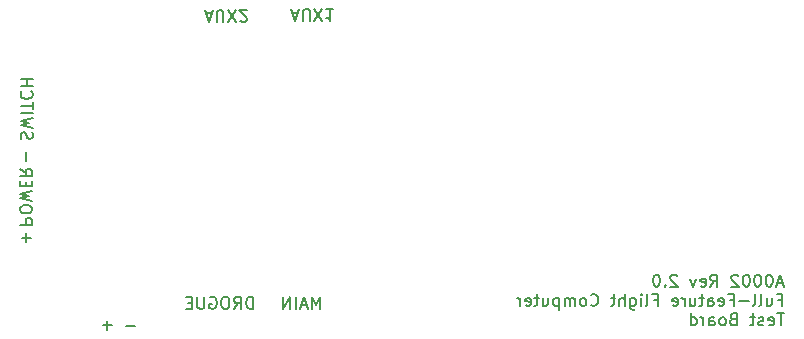
<source format=gbr>
%TF.GenerationSoftware,KiCad,Pcbnew,7.0.1*%
%TF.CreationDate,2023-06-15T13:01:31-07:00*%
%TF.ProjectId,Full-Flight-Computer,46756c6c-2d46-46c6-9967-68742d436f6d,1.0*%
%TF.SameCoordinates,Original*%
%TF.FileFunction,Legend,Bot*%
%TF.FilePolarity,Positive*%
%FSLAX46Y46*%
G04 Gerber Fmt 4.6, Leading zero omitted, Abs format (unit mm)*
G04 Created by KiCad (PCBNEW 7.0.1) date 2023-06-15 13:01:31*
%MOMM*%
%LPD*%
G01*
G04 APERTURE LIST*
%ADD10C,0.150000*%
G04 APERTURE END LIST*
D10*
X118400285Y-74166064D02*
X118884095Y-74166064D01*
X118303523Y-73875779D02*
X118642190Y-74891779D01*
X118642190Y-74891779D02*
X118980857Y-73875779D01*
X119319523Y-74891779D02*
X119319523Y-74069302D01*
X119319523Y-74069302D02*
X119367904Y-73972540D01*
X119367904Y-73972540D02*
X119416285Y-73924160D01*
X119416285Y-73924160D02*
X119513047Y-73875779D01*
X119513047Y-73875779D02*
X119706571Y-73875779D01*
X119706571Y-73875779D02*
X119803333Y-73924160D01*
X119803333Y-73924160D02*
X119851714Y-73972540D01*
X119851714Y-73972540D02*
X119900095Y-74069302D01*
X119900095Y-74069302D02*
X119900095Y-74891779D01*
X120287142Y-74891779D02*
X120964476Y-73875779D01*
X120964476Y-74891779D02*
X120287142Y-73875779D01*
X121883714Y-73875779D02*
X121303142Y-73875779D01*
X121593428Y-73875779D02*
X121593428Y-74891779D01*
X121593428Y-74891779D02*
X121496666Y-74746636D01*
X121496666Y-74746636D02*
X121399904Y-74649874D01*
X121399904Y-74649874D02*
X121303142Y-74601493D01*
X111085085Y-74242264D02*
X111568895Y-74242264D01*
X110988323Y-73951979D02*
X111326990Y-74967979D01*
X111326990Y-74967979D02*
X111665657Y-73951979D01*
X112004323Y-74967979D02*
X112004323Y-74145502D01*
X112004323Y-74145502D02*
X112052704Y-74048740D01*
X112052704Y-74048740D02*
X112101085Y-74000360D01*
X112101085Y-74000360D02*
X112197847Y-73951979D01*
X112197847Y-73951979D02*
X112391371Y-73951979D01*
X112391371Y-73951979D02*
X112488133Y-74000360D01*
X112488133Y-74000360D02*
X112536514Y-74048740D01*
X112536514Y-74048740D02*
X112584895Y-74145502D01*
X112584895Y-74145502D02*
X112584895Y-74967979D01*
X112971942Y-74967979D02*
X113649276Y-73951979D01*
X113649276Y-74967979D02*
X112971942Y-73951979D01*
X113987942Y-74871217D02*
X114036323Y-74919598D01*
X114036323Y-74919598D02*
X114133085Y-74967979D01*
X114133085Y-74967979D02*
X114374990Y-74967979D01*
X114374990Y-74967979D02*
X114471752Y-74919598D01*
X114471752Y-74919598D02*
X114520133Y-74871217D01*
X114520133Y-74871217D02*
X114568514Y-74774455D01*
X114568514Y-74774455D02*
X114568514Y-74677693D01*
X114568514Y-74677693D02*
X114520133Y-74532550D01*
X114520133Y-74532550D02*
X113939561Y-73951979D01*
X113939561Y-73951979D02*
X114568514Y-73951979D01*
X120724990Y-99250620D02*
X120724990Y-98234620D01*
X120724990Y-98234620D02*
X120386323Y-98960335D01*
X120386323Y-98960335D02*
X120047656Y-98234620D01*
X120047656Y-98234620D02*
X120047656Y-99250620D01*
X119612228Y-98960335D02*
X119128418Y-98960335D01*
X119708990Y-99250620D02*
X119370323Y-98234620D01*
X119370323Y-98234620D02*
X119031656Y-99250620D01*
X118692990Y-99250620D02*
X118692990Y-98234620D01*
X118209180Y-99250620D02*
X118209180Y-98234620D01*
X118209180Y-98234620D02*
X117628608Y-99250620D01*
X117628608Y-99250620D02*
X117628608Y-98234620D01*
X115074095Y-99250620D02*
X115074095Y-98234620D01*
X115074095Y-98234620D02*
X114832190Y-98234620D01*
X114832190Y-98234620D02*
X114687047Y-98283001D01*
X114687047Y-98283001D02*
X114590285Y-98379763D01*
X114590285Y-98379763D02*
X114541904Y-98476525D01*
X114541904Y-98476525D02*
X114493523Y-98670049D01*
X114493523Y-98670049D02*
X114493523Y-98815192D01*
X114493523Y-98815192D02*
X114541904Y-99008716D01*
X114541904Y-99008716D02*
X114590285Y-99105478D01*
X114590285Y-99105478D02*
X114687047Y-99202240D01*
X114687047Y-99202240D02*
X114832190Y-99250620D01*
X114832190Y-99250620D02*
X115074095Y-99250620D01*
X113477523Y-99250620D02*
X113816190Y-98766811D01*
X114058095Y-99250620D02*
X114058095Y-98234620D01*
X114058095Y-98234620D02*
X113671047Y-98234620D01*
X113671047Y-98234620D02*
X113574285Y-98283001D01*
X113574285Y-98283001D02*
X113525904Y-98331382D01*
X113525904Y-98331382D02*
X113477523Y-98428144D01*
X113477523Y-98428144D02*
X113477523Y-98573287D01*
X113477523Y-98573287D02*
X113525904Y-98670049D01*
X113525904Y-98670049D02*
X113574285Y-98718430D01*
X113574285Y-98718430D02*
X113671047Y-98766811D01*
X113671047Y-98766811D02*
X114058095Y-98766811D01*
X112848571Y-98234620D02*
X112655047Y-98234620D01*
X112655047Y-98234620D02*
X112558285Y-98283001D01*
X112558285Y-98283001D02*
X112461523Y-98379763D01*
X112461523Y-98379763D02*
X112413142Y-98573287D01*
X112413142Y-98573287D02*
X112413142Y-98911954D01*
X112413142Y-98911954D02*
X112461523Y-99105478D01*
X112461523Y-99105478D02*
X112558285Y-99202240D01*
X112558285Y-99202240D02*
X112655047Y-99250620D01*
X112655047Y-99250620D02*
X112848571Y-99250620D01*
X112848571Y-99250620D02*
X112945333Y-99202240D01*
X112945333Y-99202240D02*
X113042095Y-99105478D01*
X113042095Y-99105478D02*
X113090476Y-98911954D01*
X113090476Y-98911954D02*
X113090476Y-98573287D01*
X113090476Y-98573287D02*
X113042095Y-98379763D01*
X113042095Y-98379763D02*
X112945333Y-98283001D01*
X112945333Y-98283001D02*
X112848571Y-98234620D01*
X111445523Y-98283001D02*
X111542285Y-98234620D01*
X111542285Y-98234620D02*
X111687428Y-98234620D01*
X111687428Y-98234620D02*
X111832571Y-98283001D01*
X111832571Y-98283001D02*
X111929333Y-98379763D01*
X111929333Y-98379763D02*
X111977714Y-98476525D01*
X111977714Y-98476525D02*
X112026095Y-98670049D01*
X112026095Y-98670049D02*
X112026095Y-98815192D01*
X112026095Y-98815192D02*
X111977714Y-99008716D01*
X111977714Y-99008716D02*
X111929333Y-99105478D01*
X111929333Y-99105478D02*
X111832571Y-99202240D01*
X111832571Y-99202240D02*
X111687428Y-99250620D01*
X111687428Y-99250620D02*
X111590666Y-99250620D01*
X111590666Y-99250620D02*
X111445523Y-99202240D01*
X111445523Y-99202240D02*
X111397142Y-99153859D01*
X111397142Y-99153859D02*
X111397142Y-98815192D01*
X111397142Y-98815192D02*
X111590666Y-98815192D01*
X110961714Y-98234620D02*
X110961714Y-99057097D01*
X110961714Y-99057097D02*
X110913333Y-99153859D01*
X110913333Y-99153859D02*
X110864952Y-99202240D01*
X110864952Y-99202240D02*
X110768190Y-99250620D01*
X110768190Y-99250620D02*
X110574666Y-99250620D01*
X110574666Y-99250620D02*
X110477904Y-99202240D01*
X110477904Y-99202240D02*
X110429523Y-99153859D01*
X110429523Y-99153859D02*
X110381142Y-99057097D01*
X110381142Y-99057097D02*
X110381142Y-98234620D01*
X109897333Y-98718430D02*
X109558666Y-98718430D01*
X109413523Y-99250620D02*
X109897333Y-99250620D01*
X109897333Y-99250620D02*
X109897333Y-98234620D01*
X109897333Y-98234620D02*
X109413523Y-98234620D01*
X95463360Y-84861400D02*
X95414979Y-84716257D01*
X95414979Y-84716257D02*
X95414979Y-84474352D01*
X95414979Y-84474352D02*
X95463360Y-84377590D01*
X95463360Y-84377590D02*
X95511740Y-84329209D01*
X95511740Y-84329209D02*
X95608502Y-84280828D01*
X95608502Y-84280828D02*
X95705264Y-84280828D01*
X95705264Y-84280828D02*
X95802026Y-84329209D01*
X95802026Y-84329209D02*
X95850407Y-84377590D01*
X95850407Y-84377590D02*
X95898788Y-84474352D01*
X95898788Y-84474352D02*
X95947169Y-84667876D01*
X95947169Y-84667876D02*
X95995550Y-84764638D01*
X95995550Y-84764638D02*
X96043931Y-84813019D01*
X96043931Y-84813019D02*
X96140693Y-84861400D01*
X96140693Y-84861400D02*
X96237455Y-84861400D01*
X96237455Y-84861400D02*
X96334217Y-84813019D01*
X96334217Y-84813019D02*
X96382598Y-84764638D01*
X96382598Y-84764638D02*
X96430979Y-84667876D01*
X96430979Y-84667876D02*
X96430979Y-84425971D01*
X96430979Y-84425971D02*
X96382598Y-84280828D01*
X96430979Y-83942162D02*
X95414979Y-83700257D01*
X95414979Y-83700257D02*
X96140693Y-83506733D01*
X96140693Y-83506733D02*
X95414979Y-83313209D01*
X95414979Y-83313209D02*
X96430979Y-83071305D01*
X95414979Y-82684257D02*
X96430979Y-82684257D01*
X96430979Y-82345590D02*
X96430979Y-81765018D01*
X95414979Y-82055304D02*
X96430979Y-82055304D01*
X95511740Y-80845780D02*
X95463360Y-80894161D01*
X95463360Y-80894161D02*
X95414979Y-81039304D01*
X95414979Y-81039304D02*
X95414979Y-81136066D01*
X95414979Y-81136066D02*
X95463360Y-81281209D01*
X95463360Y-81281209D02*
X95560121Y-81377971D01*
X95560121Y-81377971D02*
X95656883Y-81426352D01*
X95656883Y-81426352D02*
X95850407Y-81474733D01*
X95850407Y-81474733D02*
X95995550Y-81474733D01*
X95995550Y-81474733D02*
X96189074Y-81426352D01*
X96189074Y-81426352D02*
X96285836Y-81377971D01*
X96285836Y-81377971D02*
X96382598Y-81281209D01*
X96382598Y-81281209D02*
X96430979Y-81136066D01*
X96430979Y-81136066D02*
X96430979Y-81039304D01*
X96430979Y-81039304D02*
X96382598Y-80894161D01*
X96382598Y-80894161D02*
X96334217Y-80845780D01*
X95414979Y-80410352D02*
X96430979Y-80410352D01*
X95947169Y-80410352D02*
X95947169Y-79829780D01*
X95414979Y-79829780D02*
X96430979Y-79829780D01*
X95892786Y-86754045D02*
X95892786Y-85979950D01*
X96297447Y-93224773D02*
X95523352Y-93224773D01*
X95910399Y-93611820D02*
X95910399Y-92837725D01*
X105136647Y-100707613D02*
X104362552Y-100707613D01*
X159953476Y-97075655D02*
X159469666Y-97075655D01*
X160050238Y-97365940D02*
X159711571Y-96349940D01*
X159711571Y-96349940D02*
X159372904Y-97365940D01*
X158840714Y-96349940D02*
X158743952Y-96349940D01*
X158743952Y-96349940D02*
X158647190Y-96398321D01*
X158647190Y-96398321D02*
X158598809Y-96446702D01*
X158598809Y-96446702D02*
X158550428Y-96543464D01*
X158550428Y-96543464D02*
X158502047Y-96736988D01*
X158502047Y-96736988D02*
X158502047Y-96978893D01*
X158502047Y-96978893D02*
X158550428Y-97172417D01*
X158550428Y-97172417D02*
X158598809Y-97269179D01*
X158598809Y-97269179D02*
X158647190Y-97317560D01*
X158647190Y-97317560D02*
X158743952Y-97365940D01*
X158743952Y-97365940D02*
X158840714Y-97365940D01*
X158840714Y-97365940D02*
X158937476Y-97317560D01*
X158937476Y-97317560D02*
X158985857Y-97269179D01*
X158985857Y-97269179D02*
X159034238Y-97172417D01*
X159034238Y-97172417D02*
X159082619Y-96978893D01*
X159082619Y-96978893D02*
X159082619Y-96736988D01*
X159082619Y-96736988D02*
X159034238Y-96543464D01*
X159034238Y-96543464D02*
X158985857Y-96446702D01*
X158985857Y-96446702D02*
X158937476Y-96398321D01*
X158937476Y-96398321D02*
X158840714Y-96349940D01*
X157873095Y-96349940D02*
X157776333Y-96349940D01*
X157776333Y-96349940D02*
X157679571Y-96398321D01*
X157679571Y-96398321D02*
X157631190Y-96446702D01*
X157631190Y-96446702D02*
X157582809Y-96543464D01*
X157582809Y-96543464D02*
X157534428Y-96736988D01*
X157534428Y-96736988D02*
X157534428Y-96978893D01*
X157534428Y-96978893D02*
X157582809Y-97172417D01*
X157582809Y-97172417D02*
X157631190Y-97269179D01*
X157631190Y-97269179D02*
X157679571Y-97317560D01*
X157679571Y-97317560D02*
X157776333Y-97365940D01*
X157776333Y-97365940D02*
X157873095Y-97365940D01*
X157873095Y-97365940D02*
X157969857Y-97317560D01*
X157969857Y-97317560D02*
X158018238Y-97269179D01*
X158018238Y-97269179D02*
X158066619Y-97172417D01*
X158066619Y-97172417D02*
X158115000Y-96978893D01*
X158115000Y-96978893D02*
X158115000Y-96736988D01*
X158115000Y-96736988D02*
X158066619Y-96543464D01*
X158066619Y-96543464D02*
X158018238Y-96446702D01*
X158018238Y-96446702D02*
X157969857Y-96398321D01*
X157969857Y-96398321D02*
X157873095Y-96349940D01*
X156905476Y-96349940D02*
X156808714Y-96349940D01*
X156808714Y-96349940D02*
X156711952Y-96398321D01*
X156711952Y-96398321D02*
X156663571Y-96446702D01*
X156663571Y-96446702D02*
X156615190Y-96543464D01*
X156615190Y-96543464D02*
X156566809Y-96736988D01*
X156566809Y-96736988D02*
X156566809Y-96978893D01*
X156566809Y-96978893D02*
X156615190Y-97172417D01*
X156615190Y-97172417D02*
X156663571Y-97269179D01*
X156663571Y-97269179D02*
X156711952Y-97317560D01*
X156711952Y-97317560D02*
X156808714Y-97365940D01*
X156808714Y-97365940D02*
X156905476Y-97365940D01*
X156905476Y-97365940D02*
X157002238Y-97317560D01*
X157002238Y-97317560D02*
X157050619Y-97269179D01*
X157050619Y-97269179D02*
X157099000Y-97172417D01*
X157099000Y-97172417D02*
X157147381Y-96978893D01*
X157147381Y-96978893D02*
X157147381Y-96736988D01*
X157147381Y-96736988D02*
X157099000Y-96543464D01*
X157099000Y-96543464D02*
X157050619Y-96446702D01*
X157050619Y-96446702D02*
X157002238Y-96398321D01*
X157002238Y-96398321D02*
X156905476Y-96349940D01*
X156179762Y-96446702D02*
X156131381Y-96398321D01*
X156131381Y-96398321D02*
X156034619Y-96349940D01*
X156034619Y-96349940D02*
X155792714Y-96349940D01*
X155792714Y-96349940D02*
X155695952Y-96398321D01*
X155695952Y-96398321D02*
X155647571Y-96446702D01*
X155647571Y-96446702D02*
X155599190Y-96543464D01*
X155599190Y-96543464D02*
X155599190Y-96640226D01*
X155599190Y-96640226D02*
X155647571Y-96785369D01*
X155647571Y-96785369D02*
X156228143Y-97365940D01*
X156228143Y-97365940D02*
X155599190Y-97365940D01*
X153809095Y-97365940D02*
X154147762Y-96882131D01*
X154389667Y-97365940D02*
X154389667Y-96349940D01*
X154389667Y-96349940D02*
X154002619Y-96349940D01*
X154002619Y-96349940D02*
X153905857Y-96398321D01*
X153905857Y-96398321D02*
X153857476Y-96446702D01*
X153857476Y-96446702D02*
X153809095Y-96543464D01*
X153809095Y-96543464D02*
X153809095Y-96688607D01*
X153809095Y-96688607D02*
X153857476Y-96785369D01*
X153857476Y-96785369D02*
X153905857Y-96833750D01*
X153905857Y-96833750D02*
X154002619Y-96882131D01*
X154002619Y-96882131D02*
X154389667Y-96882131D01*
X152986619Y-97317560D02*
X153083381Y-97365940D01*
X153083381Y-97365940D02*
X153276905Y-97365940D01*
X153276905Y-97365940D02*
X153373667Y-97317560D01*
X153373667Y-97317560D02*
X153422048Y-97220798D01*
X153422048Y-97220798D02*
X153422048Y-96833750D01*
X153422048Y-96833750D02*
X153373667Y-96736988D01*
X153373667Y-96736988D02*
X153276905Y-96688607D01*
X153276905Y-96688607D02*
X153083381Y-96688607D01*
X153083381Y-96688607D02*
X152986619Y-96736988D01*
X152986619Y-96736988D02*
X152938238Y-96833750D01*
X152938238Y-96833750D02*
X152938238Y-96930512D01*
X152938238Y-96930512D02*
X153422048Y-97027274D01*
X152599572Y-96688607D02*
X152357667Y-97365940D01*
X152357667Y-97365940D02*
X152115762Y-96688607D01*
X151003001Y-96446702D02*
X150954620Y-96398321D01*
X150954620Y-96398321D02*
X150857858Y-96349940D01*
X150857858Y-96349940D02*
X150615953Y-96349940D01*
X150615953Y-96349940D02*
X150519191Y-96398321D01*
X150519191Y-96398321D02*
X150470810Y-96446702D01*
X150470810Y-96446702D02*
X150422429Y-96543464D01*
X150422429Y-96543464D02*
X150422429Y-96640226D01*
X150422429Y-96640226D02*
X150470810Y-96785369D01*
X150470810Y-96785369D02*
X151051382Y-97365940D01*
X151051382Y-97365940D02*
X150422429Y-97365940D01*
X149987001Y-97269179D02*
X149938620Y-97317560D01*
X149938620Y-97317560D02*
X149987001Y-97365940D01*
X149987001Y-97365940D02*
X150035382Y-97317560D01*
X150035382Y-97317560D02*
X149987001Y-97269179D01*
X149987001Y-97269179D02*
X149987001Y-97365940D01*
X149309667Y-96349940D02*
X149212905Y-96349940D01*
X149212905Y-96349940D02*
X149116143Y-96398321D01*
X149116143Y-96398321D02*
X149067762Y-96446702D01*
X149067762Y-96446702D02*
X149019381Y-96543464D01*
X149019381Y-96543464D02*
X148971000Y-96736988D01*
X148971000Y-96736988D02*
X148971000Y-96978893D01*
X148971000Y-96978893D02*
X149019381Y-97172417D01*
X149019381Y-97172417D02*
X149067762Y-97269179D01*
X149067762Y-97269179D02*
X149116143Y-97317560D01*
X149116143Y-97317560D02*
X149212905Y-97365940D01*
X149212905Y-97365940D02*
X149309667Y-97365940D01*
X149309667Y-97365940D02*
X149406429Y-97317560D01*
X149406429Y-97317560D02*
X149454810Y-97269179D01*
X149454810Y-97269179D02*
X149503191Y-97172417D01*
X149503191Y-97172417D02*
X149551572Y-96978893D01*
X149551572Y-96978893D02*
X149551572Y-96736988D01*
X149551572Y-96736988D02*
X149503191Y-96543464D01*
X149503191Y-96543464D02*
X149454810Y-96446702D01*
X149454810Y-96446702D02*
X149406429Y-96398321D01*
X149406429Y-96398321D02*
X149309667Y-96349940D01*
X159566428Y-98479670D02*
X159905095Y-98479670D01*
X159905095Y-99011860D02*
X159905095Y-97995860D01*
X159905095Y-97995860D02*
X159421285Y-97995860D01*
X158598809Y-98334527D02*
X158598809Y-99011860D01*
X159034238Y-98334527D02*
X159034238Y-98866718D01*
X159034238Y-98866718D02*
X158985857Y-98963480D01*
X158985857Y-98963480D02*
X158889095Y-99011860D01*
X158889095Y-99011860D02*
X158743952Y-99011860D01*
X158743952Y-99011860D02*
X158647190Y-98963480D01*
X158647190Y-98963480D02*
X158598809Y-98915099D01*
X157969857Y-99011860D02*
X158066619Y-98963480D01*
X158066619Y-98963480D02*
X158115000Y-98866718D01*
X158115000Y-98866718D02*
X158115000Y-97995860D01*
X157437667Y-99011860D02*
X157534429Y-98963480D01*
X157534429Y-98963480D02*
X157582810Y-98866718D01*
X157582810Y-98866718D02*
X157582810Y-97995860D01*
X157050620Y-98624813D02*
X156276525Y-98624813D01*
X155454048Y-98479670D02*
X155792715Y-98479670D01*
X155792715Y-99011860D02*
X155792715Y-97995860D01*
X155792715Y-97995860D02*
X155308905Y-97995860D01*
X154534810Y-98963480D02*
X154631572Y-99011860D01*
X154631572Y-99011860D02*
X154825096Y-99011860D01*
X154825096Y-99011860D02*
X154921858Y-98963480D01*
X154921858Y-98963480D02*
X154970239Y-98866718D01*
X154970239Y-98866718D02*
X154970239Y-98479670D01*
X154970239Y-98479670D02*
X154921858Y-98382908D01*
X154921858Y-98382908D02*
X154825096Y-98334527D01*
X154825096Y-98334527D02*
X154631572Y-98334527D01*
X154631572Y-98334527D02*
X154534810Y-98382908D01*
X154534810Y-98382908D02*
X154486429Y-98479670D01*
X154486429Y-98479670D02*
X154486429Y-98576432D01*
X154486429Y-98576432D02*
X154970239Y-98673194D01*
X153615572Y-99011860D02*
X153615572Y-98479670D01*
X153615572Y-98479670D02*
X153663953Y-98382908D01*
X153663953Y-98382908D02*
X153760715Y-98334527D01*
X153760715Y-98334527D02*
X153954239Y-98334527D01*
X153954239Y-98334527D02*
X154051001Y-98382908D01*
X153615572Y-98963480D02*
X153712334Y-99011860D01*
X153712334Y-99011860D02*
X153954239Y-99011860D01*
X153954239Y-99011860D02*
X154051001Y-98963480D01*
X154051001Y-98963480D02*
X154099382Y-98866718D01*
X154099382Y-98866718D02*
X154099382Y-98769956D01*
X154099382Y-98769956D02*
X154051001Y-98673194D01*
X154051001Y-98673194D02*
X153954239Y-98624813D01*
X153954239Y-98624813D02*
X153712334Y-98624813D01*
X153712334Y-98624813D02*
X153615572Y-98576432D01*
X153276906Y-98334527D02*
X152889858Y-98334527D01*
X153131763Y-97995860D02*
X153131763Y-98866718D01*
X153131763Y-98866718D02*
X153083382Y-98963480D01*
X153083382Y-98963480D02*
X152986620Y-99011860D01*
X152986620Y-99011860D02*
X152889858Y-99011860D01*
X152115763Y-98334527D02*
X152115763Y-99011860D01*
X152551192Y-98334527D02*
X152551192Y-98866718D01*
X152551192Y-98866718D02*
X152502811Y-98963480D01*
X152502811Y-98963480D02*
X152406049Y-99011860D01*
X152406049Y-99011860D02*
X152260906Y-99011860D01*
X152260906Y-99011860D02*
X152164144Y-98963480D01*
X152164144Y-98963480D02*
X152115763Y-98915099D01*
X151631954Y-99011860D02*
X151631954Y-98334527D01*
X151631954Y-98528051D02*
X151583573Y-98431289D01*
X151583573Y-98431289D02*
X151535192Y-98382908D01*
X151535192Y-98382908D02*
X151438430Y-98334527D01*
X151438430Y-98334527D02*
X151341668Y-98334527D01*
X150615954Y-98963480D02*
X150712716Y-99011860D01*
X150712716Y-99011860D02*
X150906240Y-99011860D01*
X150906240Y-99011860D02*
X151003002Y-98963480D01*
X151003002Y-98963480D02*
X151051383Y-98866718D01*
X151051383Y-98866718D02*
X151051383Y-98479670D01*
X151051383Y-98479670D02*
X151003002Y-98382908D01*
X151003002Y-98382908D02*
X150906240Y-98334527D01*
X150906240Y-98334527D02*
X150712716Y-98334527D01*
X150712716Y-98334527D02*
X150615954Y-98382908D01*
X150615954Y-98382908D02*
X150567573Y-98479670D01*
X150567573Y-98479670D02*
X150567573Y-98576432D01*
X150567573Y-98576432D02*
X151051383Y-98673194D01*
X149019383Y-98479670D02*
X149358050Y-98479670D01*
X149358050Y-99011860D02*
X149358050Y-97995860D01*
X149358050Y-97995860D02*
X148874240Y-97995860D01*
X148342050Y-99011860D02*
X148438812Y-98963480D01*
X148438812Y-98963480D02*
X148487193Y-98866718D01*
X148487193Y-98866718D02*
X148487193Y-97995860D01*
X147955003Y-99011860D02*
X147955003Y-98334527D01*
X147955003Y-97995860D02*
X148003384Y-98044241D01*
X148003384Y-98044241D02*
X147955003Y-98092622D01*
X147955003Y-98092622D02*
X147906622Y-98044241D01*
X147906622Y-98044241D02*
X147955003Y-97995860D01*
X147955003Y-97995860D02*
X147955003Y-98092622D01*
X147035764Y-98334527D02*
X147035764Y-99157003D01*
X147035764Y-99157003D02*
X147084145Y-99253765D01*
X147084145Y-99253765D02*
X147132526Y-99302146D01*
X147132526Y-99302146D02*
X147229288Y-99350527D01*
X147229288Y-99350527D02*
X147374431Y-99350527D01*
X147374431Y-99350527D02*
X147471193Y-99302146D01*
X147035764Y-98963480D02*
X147132526Y-99011860D01*
X147132526Y-99011860D02*
X147326050Y-99011860D01*
X147326050Y-99011860D02*
X147422812Y-98963480D01*
X147422812Y-98963480D02*
X147471193Y-98915099D01*
X147471193Y-98915099D02*
X147519574Y-98818337D01*
X147519574Y-98818337D02*
X147519574Y-98528051D01*
X147519574Y-98528051D02*
X147471193Y-98431289D01*
X147471193Y-98431289D02*
X147422812Y-98382908D01*
X147422812Y-98382908D02*
X147326050Y-98334527D01*
X147326050Y-98334527D02*
X147132526Y-98334527D01*
X147132526Y-98334527D02*
X147035764Y-98382908D01*
X146551955Y-99011860D02*
X146551955Y-97995860D01*
X146116526Y-99011860D02*
X146116526Y-98479670D01*
X146116526Y-98479670D02*
X146164907Y-98382908D01*
X146164907Y-98382908D02*
X146261669Y-98334527D01*
X146261669Y-98334527D02*
X146406812Y-98334527D01*
X146406812Y-98334527D02*
X146503574Y-98382908D01*
X146503574Y-98382908D02*
X146551955Y-98431289D01*
X145777860Y-98334527D02*
X145390812Y-98334527D01*
X145632717Y-97995860D02*
X145632717Y-98866718D01*
X145632717Y-98866718D02*
X145584336Y-98963480D01*
X145584336Y-98963480D02*
X145487574Y-99011860D01*
X145487574Y-99011860D02*
X145390812Y-99011860D01*
X143697479Y-98915099D02*
X143745860Y-98963480D01*
X143745860Y-98963480D02*
X143891003Y-99011860D01*
X143891003Y-99011860D02*
X143987765Y-99011860D01*
X143987765Y-99011860D02*
X144132908Y-98963480D01*
X144132908Y-98963480D02*
X144229670Y-98866718D01*
X144229670Y-98866718D02*
X144278051Y-98769956D01*
X144278051Y-98769956D02*
X144326432Y-98576432D01*
X144326432Y-98576432D02*
X144326432Y-98431289D01*
X144326432Y-98431289D02*
X144278051Y-98237765D01*
X144278051Y-98237765D02*
X144229670Y-98141003D01*
X144229670Y-98141003D02*
X144132908Y-98044241D01*
X144132908Y-98044241D02*
X143987765Y-97995860D01*
X143987765Y-97995860D02*
X143891003Y-97995860D01*
X143891003Y-97995860D02*
X143745860Y-98044241D01*
X143745860Y-98044241D02*
X143697479Y-98092622D01*
X143116908Y-99011860D02*
X143213670Y-98963480D01*
X143213670Y-98963480D02*
X143262051Y-98915099D01*
X143262051Y-98915099D02*
X143310432Y-98818337D01*
X143310432Y-98818337D02*
X143310432Y-98528051D01*
X143310432Y-98528051D02*
X143262051Y-98431289D01*
X143262051Y-98431289D02*
X143213670Y-98382908D01*
X143213670Y-98382908D02*
X143116908Y-98334527D01*
X143116908Y-98334527D02*
X142971765Y-98334527D01*
X142971765Y-98334527D02*
X142875003Y-98382908D01*
X142875003Y-98382908D02*
X142826622Y-98431289D01*
X142826622Y-98431289D02*
X142778241Y-98528051D01*
X142778241Y-98528051D02*
X142778241Y-98818337D01*
X142778241Y-98818337D02*
X142826622Y-98915099D01*
X142826622Y-98915099D02*
X142875003Y-98963480D01*
X142875003Y-98963480D02*
X142971765Y-99011860D01*
X142971765Y-99011860D02*
X143116908Y-99011860D01*
X142342813Y-99011860D02*
X142342813Y-98334527D01*
X142342813Y-98431289D02*
X142294432Y-98382908D01*
X142294432Y-98382908D02*
X142197670Y-98334527D01*
X142197670Y-98334527D02*
X142052527Y-98334527D01*
X142052527Y-98334527D02*
X141955765Y-98382908D01*
X141955765Y-98382908D02*
X141907384Y-98479670D01*
X141907384Y-98479670D02*
X141907384Y-99011860D01*
X141907384Y-98479670D02*
X141859003Y-98382908D01*
X141859003Y-98382908D02*
X141762241Y-98334527D01*
X141762241Y-98334527D02*
X141617098Y-98334527D01*
X141617098Y-98334527D02*
X141520337Y-98382908D01*
X141520337Y-98382908D02*
X141471956Y-98479670D01*
X141471956Y-98479670D02*
X141471956Y-99011860D01*
X140988146Y-98334527D02*
X140988146Y-99350527D01*
X140988146Y-98382908D02*
X140891384Y-98334527D01*
X140891384Y-98334527D02*
X140697860Y-98334527D01*
X140697860Y-98334527D02*
X140601098Y-98382908D01*
X140601098Y-98382908D02*
X140552717Y-98431289D01*
X140552717Y-98431289D02*
X140504336Y-98528051D01*
X140504336Y-98528051D02*
X140504336Y-98818337D01*
X140504336Y-98818337D02*
X140552717Y-98915099D01*
X140552717Y-98915099D02*
X140601098Y-98963480D01*
X140601098Y-98963480D02*
X140697860Y-99011860D01*
X140697860Y-99011860D02*
X140891384Y-99011860D01*
X140891384Y-99011860D02*
X140988146Y-98963480D01*
X139633479Y-98334527D02*
X139633479Y-99011860D01*
X140068908Y-98334527D02*
X140068908Y-98866718D01*
X140068908Y-98866718D02*
X140020527Y-98963480D01*
X140020527Y-98963480D02*
X139923765Y-99011860D01*
X139923765Y-99011860D02*
X139778622Y-99011860D01*
X139778622Y-99011860D02*
X139681860Y-98963480D01*
X139681860Y-98963480D02*
X139633479Y-98915099D01*
X139294813Y-98334527D02*
X138907765Y-98334527D01*
X139149670Y-97995860D02*
X139149670Y-98866718D01*
X139149670Y-98866718D02*
X139101289Y-98963480D01*
X139101289Y-98963480D02*
X139004527Y-99011860D01*
X139004527Y-99011860D02*
X138907765Y-99011860D01*
X138182051Y-98963480D02*
X138278813Y-99011860D01*
X138278813Y-99011860D02*
X138472337Y-99011860D01*
X138472337Y-99011860D02*
X138569099Y-98963480D01*
X138569099Y-98963480D02*
X138617480Y-98866718D01*
X138617480Y-98866718D02*
X138617480Y-98479670D01*
X138617480Y-98479670D02*
X138569099Y-98382908D01*
X138569099Y-98382908D02*
X138472337Y-98334527D01*
X138472337Y-98334527D02*
X138278813Y-98334527D01*
X138278813Y-98334527D02*
X138182051Y-98382908D01*
X138182051Y-98382908D02*
X138133670Y-98479670D01*
X138133670Y-98479670D02*
X138133670Y-98576432D01*
X138133670Y-98576432D02*
X138617480Y-98673194D01*
X137698242Y-99011860D02*
X137698242Y-98334527D01*
X137698242Y-98528051D02*
X137649861Y-98431289D01*
X137649861Y-98431289D02*
X137601480Y-98382908D01*
X137601480Y-98382908D02*
X137504718Y-98334527D01*
X137504718Y-98334527D02*
X137407956Y-98334527D01*
X160050238Y-99641780D02*
X159469666Y-99641780D01*
X159759952Y-100657780D02*
X159759952Y-99641780D01*
X158743952Y-100609400D02*
X158840714Y-100657780D01*
X158840714Y-100657780D02*
X159034238Y-100657780D01*
X159034238Y-100657780D02*
X159131000Y-100609400D01*
X159131000Y-100609400D02*
X159179381Y-100512638D01*
X159179381Y-100512638D02*
X159179381Y-100125590D01*
X159179381Y-100125590D02*
X159131000Y-100028828D01*
X159131000Y-100028828D02*
X159034238Y-99980447D01*
X159034238Y-99980447D02*
X158840714Y-99980447D01*
X158840714Y-99980447D02*
X158743952Y-100028828D01*
X158743952Y-100028828D02*
X158695571Y-100125590D01*
X158695571Y-100125590D02*
X158695571Y-100222352D01*
X158695571Y-100222352D02*
X159179381Y-100319114D01*
X158308524Y-100609400D02*
X158211762Y-100657780D01*
X158211762Y-100657780D02*
X158018238Y-100657780D01*
X158018238Y-100657780D02*
X157921476Y-100609400D01*
X157921476Y-100609400D02*
X157873095Y-100512638D01*
X157873095Y-100512638D02*
X157873095Y-100464257D01*
X157873095Y-100464257D02*
X157921476Y-100367495D01*
X157921476Y-100367495D02*
X158018238Y-100319114D01*
X158018238Y-100319114D02*
X158163381Y-100319114D01*
X158163381Y-100319114D02*
X158260143Y-100270733D01*
X158260143Y-100270733D02*
X158308524Y-100173971D01*
X158308524Y-100173971D02*
X158308524Y-100125590D01*
X158308524Y-100125590D02*
X158260143Y-100028828D01*
X158260143Y-100028828D02*
X158163381Y-99980447D01*
X158163381Y-99980447D02*
X158018238Y-99980447D01*
X158018238Y-99980447D02*
X157921476Y-100028828D01*
X157582810Y-99980447D02*
X157195762Y-99980447D01*
X157437667Y-99641780D02*
X157437667Y-100512638D01*
X157437667Y-100512638D02*
X157389286Y-100609400D01*
X157389286Y-100609400D02*
X157292524Y-100657780D01*
X157292524Y-100657780D02*
X157195762Y-100657780D01*
X155744334Y-100125590D02*
X155599191Y-100173971D01*
X155599191Y-100173971D02*
X155550810Y-100222352D01*
X155550810Y-100222352D02*
X155502429Y-100319114D01*
X155502429Y-100319114D02*
X155502429Y-100464257D01*
X155502429Y-100464257D02*
X155550810Y-100561019D01*
X155550810Y-100561019D02*
X155599191Y-100609400D01*
X155599191Y-100609400D02*
X155695953Y-100657780D01*
X155695953Y-100657780D02*
X156083001Y-100657780D01*
X156083001Y-100657780D02*
X156083001Y-99641780D01*
X156083001Y-99641780D02*
X155744334Y-99641780D01*
X155744334Y-99641780D02*
X155647572Y-99690161D01*
X155647572Y-99690161D02*
X155599191Y-99738542D01*
X155599191Y-99738542D02*
X155550810Y-99835304D01*
X155550810Y-99835304D02*
X155550810Y-99932066D01*
X155550810Y-99932066D02*
X155599191Y-100028828D01*
X155599191Y-100028828D02*
X155647572Y-100077209D01*
X155647572Y-100077209D02*
X155744334Y-100125590D01*
X155744334Y-100125590D02*
X156083001Y-100125590D01*
X154921858Y-100657780D02*
X155018620Y-100609400D01*
X155018620Y-100609400D02*
X155067001Y-100561019D01*
X155067001Y-100561019D02*
X155115382Y-100464257D01*
X155115382Y-100464257D02*
X155115382Y-100173971D01*
X155115382Y-100173971D02*
X155067001Y-100077209D01*
X155067001Y-100077209D02*
X155018620Y-100028828D01*
X155018620Y-100028828D02*
X154921858Y-99980447D01*
X154921858Y-99980447D02*
X154776715Y-99980447D01*
X154776715Y-99980447D02*
X154679953Y-100028828D01*
X154679953Y-100028828D02*
X154631572Y-100077209D01*
X154631572Y-100077209D02*
X154583191Y-100173971D01*
X154583191Y-100173971D02*
X154583191Y-100464257D01*
X154583191Y-100464257D02*
X154631572Y-100561019D01*
X154631572Y-100561019D02*
X154679953Y-100609400D01*
X154679953Y-100609400D02*
X154776715Y-100657780D01*
X154776715Y-100657780D02*
X154921858Y-100657780D01*
X153712334Y-100657780D02*
X153712334Y-100125590D01*
X153712334Y-100125590D02*
X153760715Y-100028828D01*
X153760715Y-100028828D02*
X153857477Y-99980447D01*
X153857477Y-99980447D02*
X154051001Y-99980447D01*
X154051001Y-99980447D02*
X154147763Y-100028828D01*
X153712334Y-100609400D02*
X153809096Y-100657780D01*
X153809096Y-100657780D02*
X154051001Y-100657780D01*
X154051001Y-100657780D02*
X154147763Y-100609400D01*
X154147763Y-100609400D02*
X154196144Y-100512638D01*
X154196144Y-100512638D02*
X154196144Y-100415876D01*
X154196144Y-100415876D02*
X154147763Y-100319114D01*
X154147763Y-100319114D02*
X154051001Y-100270733D01*
X154051001Y-100270733D02*
X153809096Y-100270733D01*
X153809096Y-100270733D02*
X153712334Y-100222352D01*
X153228525Y-100657780D02*
X153228525Y-99980447D01*
X153228525Y-100173971D02*
X153180144Y-100077209D01*
X153180144Y-100077209D02*
X153131763Y-100028828D01*
X153131763Y-100028828D02*
X153035001Y-99980447D01*
X153035001Y-99980447D02*
X152938239Y-99980447D01*
X152164144Y-100657780D02*
X152164144Y-99641780D01*
X152164144Y-100609400D02*
X152260906Y-100657780D01*
X152260906Y-100657780D02*
X152454430Y-100657780D01*
X152454430Y-100657780D02*
X152551192Y-100609400D01*
X152551192Y-100609400D02*
X152599573Y-100561019D01*
X152599573Y-100561019D02*
X152647954Y-100464257D01*
X152647954Y-100464257D02*
X152647954Y-100173971D01*
X152647954Y-100173971D02*
X152599573Y-100077209D01*
X152599573Y-100077209D02*
X152551192Y-100028828D01*
X152551192Y-100028828D02*
X152454430Y-99980447D01*
X152454430Y-99980447D02*
X152260906Y-99980447D01*
X152260906Y-99980447D02*
X152164144Y-100028828D01*
X95364179Y-92135476D02*
X96380179Y-92135476D01*
X96380179Y-92135476D02*
X96380179Y-91748428D01*
X96380179Y-91748428D02*
X96331798Y-91651666D01*
X96331798Y-91651666D02*
X96283417Y-91603285D01*
X96283417Y-91603285D02*
X96186655Y-91554904D01*
X96186655Y-91554904D02*
X96041512Y-91554904D01*
X96041512Y-91554904D02*
X95944750Y-91603285D01*
X95944750Y-91603285D02*
X95896369Y-91651666D01*
X95896369Y-91651666D02*
X95847988Y-91748428D01*
X95847988Y-91748428D02*
X95847988Y-92135476D01*
X96380179Y-90925952D02*
X96380179Y-90732428D01*
X96380179Y-90732428D02*
X96331798Y-90635666D01*
X96331798Y-90635666D02*
X96235036Y-90538904D01*
X96235036Y-90538904D02*
X96041512Y-90490523D01*
X96041512Y-90490523D02*
X95702845Y-90490523D01*
X95702845Y-90490523D02*
X95509321Y-90538904D01*
X95509321Y-90538904D02*
X95412560Y-90635666D01*
X95412560Y-90635666D02*
X95364179Y-90732428D01*
X95364179Y-90732428D02*
X95364179Y-90925952D01*
X95364179Y-90925952D02*
X95412560Y-91022714D01*
X95412560Y-91022714D02*
X95509321Y-91119476D01*
X95509321Y-91119476D02*
X95702845Y-91167857D01*
X95702845Y-91167857D02*
X96041512Y-91167857D01*
X96041512Y-91167857D02*
X96235036Y-91119476D01*
X96235036Y-91119476D02*
X96331798Y-91022714D01*
X96331798Y-91022714D02*
X96380179Y-90925952D01*
X96380179Y-90151857D02*
X95364179Y-89909952D01*
X95364179Y-89909952D02*
X96089893Y-89716428D01*
X96089893Y-89716428D02*
X95364179Y-89522904D01*
X95364179Y-89522904D02*
X96380179Y-89281000D01*
X95896369Y-88893952D02*
X95896369Y-88555285D01*
X95364179Y-88410142D02*
X95364179Y-88893952D01*
X95364179Y-88893952D02*
X96380179Y-88893952D01*
X96380179Y-88893952D02*
X96380179Y-88410142D01*
X95364179Y-87394142D02*
X95847988Y-87732809D01*
X95364179Y-87974714D02*
X96380179Y-87974714D01*
X96380179Y-87974714D02*
X96380179Y-87587666D01*
X96380179Y-87587666D02*
X96331798Y-87490904D01*
X96331798Y-87490904D02*
X96283417Y-87442523D01*
X96283417Y-87442523D02*
X96186655Y-87394142D01*
X96186655Y-87394142D02*
X96041512Y-87394142D01*
X96041512Y-87394142D02*
X95944750Y-87442523D01*
X95944750Y-87442523D02*
X95896369Y-87490904D01*
X95896369Y-87490904D02*
X95847988Y-87587666D01*
X95847988Y-87587666D02*
X95847988Y-87974714D01*
X102761626Y-101047247D02*
X102761626Y-100273152D01*
X102374579Y-100660199D02*
X103148674Y-100660199D01*
M02*

</source>
